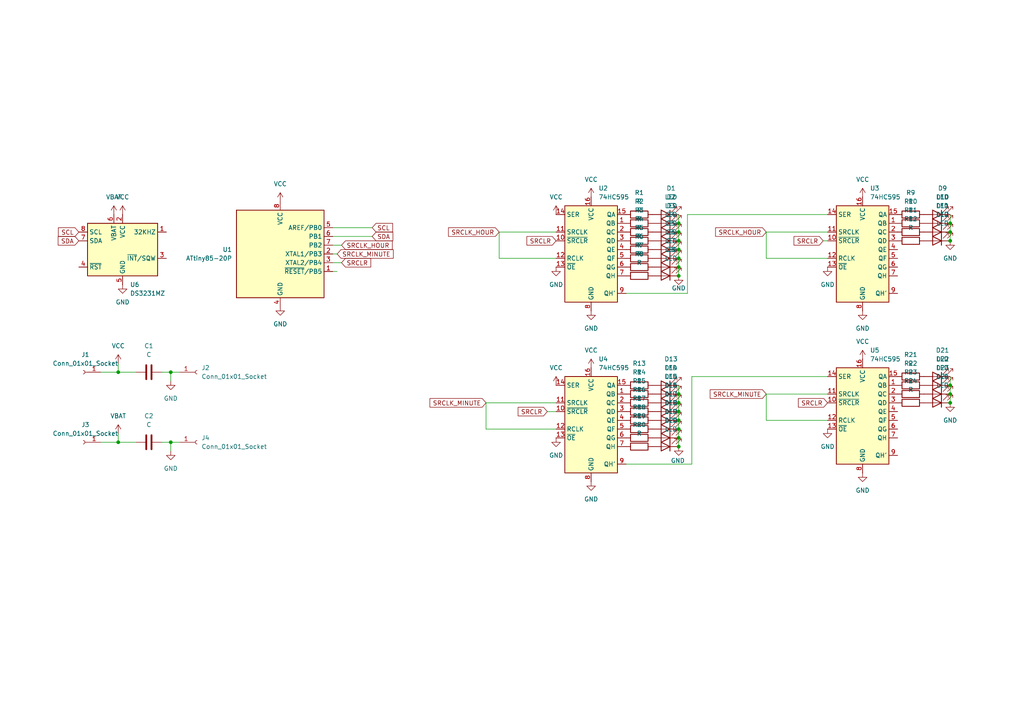
<source format=kicad_sch>
(kicad_sch (version 20250114) (generator "eeschema") (generator_version "9.0")
  (paper "A4")
  (title_block (title "Digital Analog Watch") (rev "A"))
  (lib_symbols
    (symbol "74xx:74HC595"
      (property "Reference" "U" (at -7.62 13.97 0))
      (property "Value" "74HC595" (at -7.62 -16.51 0))
      (symbol "74HC595_1_0"
        (pin input line (at -10.16 10.16 0) (length 2.54) (name "SER") (number "14"))
        (pin input line (at -10.16 5.08 0) (length 2.54) (name "SRCLK") (number "11"))
        (pin input line (at -10.16 2.54 0) (length 2.54) (name "~{SRCLR}") (number "10"))
        (pin input line (at -10.16 -2.54 0) (length 2.54) (name "RCLK") (number "12"))
        (pin input line (at -10.16 -5.08 0) (length 2.54) (name "~{OE}") (number "13"))
        (pin power_in line (at 0 15.24 270) (length 2.54) (name "VCC") (number "16"))
        (pin power_in line (at 0 -17.78 90) (length 2.54) (name "GND") (number "8"))
        (pin tri_state line (at 10.16 10.16 180) (length 2.54) (name "QA") (number "15"))
        (pin tri_state line (at 10.16 7.62 180) (length 2.54) (name "QB") (number "1"))
        (pin tri_state line (at 10.16 5.08 180) (length 2.54) (name "QC") (number "2"))
        (pin tri_state line (at 10.16 2.54 180) (length 2.54) (name "QD") (number "3"))
        (pin tri_state line (at 10.16 0 180) (length 2.54) (name "QE") (number "4"))
        (pin tri_state line (at 10.16 -2.54 180) (length 2.54) (name "QF") (number "5"))
        (pin tri_state line (at 10.16 -5.08 180) (length 2.54) (name "QG") (number "6"))
        (pin tri_state line (at 10.16 -7.62 180) (length 2.54) (name "QH") (number "7"))
        (pin output line (at 10.16 -12.7 180) (length 2.54) (name "QH'") (number "9"))
      )
      (symbol "74HC595_1_1"
        (rectangle (start -7.62 12.7) (end 7.62 -15.24) (stroke (width 0.254)) (fill (type background)))
      )
    )
    (symbol "Connector:Conn_01x01_Socket" (pin_names (offset 1.016) (hide yes))
      (property "Reference" "J" (at 0 2.54 0))
      (property "Value" "Conn_01x01_Socket" (at 0 -2.54 0))
      (symbol "Conn_01x01_Socket_1_1"
        (polyline (pts (xy -1.27 0) (xy -0.508 0)) (stroke (width 0.1524)))
        (arc (start 0 -0.508) (mid -0.5058 0) (end 0 0.508) (stroke (width 0.1524)))
        (pin passive line (at -5.08 0 0) (length 3.81) (name "Pin_1") (number "1"))
      )
    )
    (symbol "Device:C" (pin_numbers (hide yes)) (pin_names (offset 0.254))
      (property "Reference" "C" (at 0.635 2.54 0))
      (property "Value" "C" (at 0.635 -2.54 0))
      (symbol "C_0_1"
        (polyline (pts (xy -2.032 0.762) (xy 2.032 0.762)) (stroke (width 0.508)))
        (polyline (pts (xy -2.032 -0.762) (xy 2.032 -0.762)) (stroke (width 0.508)))
      )
      (symbol "C_1_1"
        (pin passive line (at 0 3.81 270) (length 2.794) (name "~") (number "1"))
        (pin passive line (at 0 -3.81 90) (length 2.794) (name "~") (number "2"))
      )
    )
    (symbol "Device:LED" (pin_numbers (hide yes)) (pin_names (offset 1.016) (hide yes))
      (property "Reference" "D" (at 0 2.54 0))
      (property "Value" "LED" (at 0 -2.54 0))
      (symbol "LED_0_1"
        (polyline (pts (xy -3.048 -0.762) (xy -4.572 -2.286) (xy -3.81 -2.286) (xy -4.572 -2.286) (xy -4.572 -1.524)))
        (polyline (pts (xy -1.778 -0.762) (xy -3.302 -2.286) (xy -2.54 -2.286) (xy -3.302 -2.286) (xy -3.302 -1.524)))
        (polyline (pts (xy -1.27 0) (xy 1.27 0)))
        (polyline (pts (xy -1.27 -1.27) (xy -1.27 1.27)) (stroke (width 0.254)))
        (polyline (pts (xy 1.27 -1.27) (xy 1.27 1.27) (xy -1.27 0) (xy 1.27 -1.27)) (stroke (width 0.254)))
      )
      (symbol "LED_1_1"
        (pin passive line (at -3.81 0 0) (length 2.54) (name "K") (number "1"))
        (pin passive line (at 3.81 0 180) (length 2.54) (name "A") (number "2"))
      )
    )
    (symbol "Device:R" (pin_numbers (hide yes)) (pin_names (offset 0))
      (property "Reference" "R" (at 2.032 0 90))
      (property "Value" "R" (at 0 0 90))
      (symbol "R_0_1"
        (rectangle (start -1.016 -2.54) (end 1.016 2.54) (stroke (width 0.254)))
      )
      (symbol "R_1_1"
        (pin passive line (at 0 3.81 270) (length 1.27) (name "~") (number "1"))
        (pin passive line (at 0 -3.81 90) (length 1.27) (name "~") (number "2"))
      )
    )
    (symbol "MCU_Microchip_ATtiny:ATtiny85-20P"
      (property "Reference" "U" (at -12.7 13.97 0))
      (property "Value" "ATtiny85-20P" (at 2.54 -13.97 0))
      (symbol "ATtiny85-20P_0_1"
        (rectangle (start -12.7 -12.7) (end 12.7 12.7) (stroke (width 0.254)) (fill (type background)))
      )
      (symbol "ATtiny85-20P_1_1"
        (pin power_in line (at 0 15.24 270) (length 2.54) (name "VCC") (number "8"))
        (pin power_in line (at 0 -15.24 90) (length 2.54) (name "GND") (number "4"))
        (pin bidirectional line (at 15.24 7.62 180) (length 2.54) (name "AREF/PB0") (number "5"))
        (pin bidirectional line (at 15.24 5.08 180) (length 2.54) (name "PB1") (number "6"))
        (pin bidirectional line (at 15.24 2.54 180) (length 2.54) (name "PB2") (number "7"))
        (pin bidirectional line (at 15.24 0 180) (length 2.54) (name "XTAL1/PB3") (number "2"))
        (pin bidirectional line (at 15.24 -2.54 180) (length 2.54) (name "XTAL2/PB4") (number "3"))
        (pin bidirectional line (at 15.24 -5.08 180) (length 2.54) (name "~{RESET}/PB5") (number "1"))
      )
    )
    (symbol "Timer_RTC:DS3231MZ"
      (property "Reference" "U" (at -7.62 8.89 0))
      (property "Value" "DS3231MZ" (at 11.43 8.89 0))
      (symbol "DS3231MZ_0_1"
        (rectangle (start -10.16 7.62) (end 10.16 -7.62) (stroke (width 0.254)) (fill (type background)))
      )
      (symbol "DS3231MZ_1_1"
        (pin input line (at -12.7 5.08 0) (length 2.54) (name "SCL") (number "8"))
        (pin bidirectional line (at -12.7 2.54 0) (length 2.54) (name "SDA") (number "7"))
        (pin bidirectional line (at -12.7 -5.08 0) (length 2.54) (name "~{RST}") (number "4"))
        (pin power_in line (at -2.54 10.16 270) (length 2.54) (name "VBAT") (number "6"))
        (pin power_in line (at 0 10.16 270) (length 2.54) (name "VCC") (number "2"))
        (pin power_in line (at 0 -10.16 90) (length 2.54) (name "GND") (number "5"))
        (pin open_collector line (at 12.7 5.08 180) (length 2.54) (name "32KHZ") (number "1"))
        (pin open_collector line (at 12.7 -2.54 180) (length 2.54) (name "~{INT}/SQW") (number "3"))
      )
    )
    (symbol "power:GND" (power) (pin_numbers (hide yes)) (pin_names (offset 0) (hide yes))
      (property "Value" "GND" (at 0 -3.81 0))
      (symbol "GND_0_1"
        (polyline (pts (xy 0 0) (xy 0 -1.27) (xy 1.27 -1.27) (xy 0 -2.54) (xy -1.27 -1.27) (xy 0 -1.27)))
      )
      (symbol "GND_1_1"
        (pin power_in line (at 0 0 270) (length 0) (name "~") (number "1"))
      )
    )
    (symbol "power:VCC" (power) (pin_numbers (hide yes)) (pin_names (offset 0) (hide yes))
      (property "Value" "VCC" (at 0 3.556 0))
      (symbol "VCC_0_1"
        (polyline (pts (xy -0.762 1.27) (xy 0 2.54)))
        (polyline (pts (xy 0 2.54) (xy 0.762 1.27)))
        (polyline (pts (xy 0 0) (xy 0 2.54)))
      )
      (symbol "VCC_1_1"
        (pin power_in line (at 0 0 90) (length 0) (name "~") (number "1"))
      )
    )
  )
  (junction (at 275.59 114.3))
  (junction (at 196.85 72.39))
  (junction (at 196.85 80.01))
  (junction (at 49.53 128.27))
  (junction (at 275.59 67.31))
  (junction (at 196.85 129.54))
  (junction (at 275.59 116.84))
  (junction (at 34.29 107.95))
  (junction (at 275.59 64.77))
  (junction (at 196.85 124.46))
  (junction (at 196.85 64.77))
  (junction (at 196.85 127))
  (junction (at 196.85 77.47))
  (junction (at 196.85 116.84))
  (junction (at 49.53 107.95))
  (junction (at 196.85 69.85))
  (junction (at 196.85 121.92))
  (junction (at 34.29 128.27))
  (junction (at 196.85 67.31))
  (junction (at 275.59 69.85))
  (junction (at 275.59 111.76))
  (junction (at 196.85 119.38))
  (junction (at 196.85 74.93))
  (junction (at 196.85 114.3))
  (wire (pts (xy 196.85 124.46) (xy 196.85 127)))
  (wire (pts (xy 34.29 107.95) (xy 39.37 107.95)))
  (wire (pts (xy 99.06 76.2) (xy 96.52 76.2)))
  (wire (pts (xy 34.29 107.95) (xy 34.29 105.41)))
  (wire (pts (xy 181.61 134.62) (xy 200.66 134.62)))
  (wire (pts (xy 49.53 110.49) (xy 49.53 107.95)))
  (wire (pts (xy 158.75 119.38) (xy 161.29 119.38)))
  (wire (pts (xy 240.03 74.93) (xy 222.25 74.93)))
  (wire (pts (xy 196.85 127) (xy 196.85 129.54)))
  (wire (pts (xy 196.85 64.77) (xy 196.85 67.31)))
  (wire (pts (xy 34.29 128.27) (xy 34.29 125.73)))
  (wire (pts (xy 222.25 67.31) (xy 240.03 67.31)))
  (wire (pts (xy 196.85 67.31) (xy 196.85 69.85)))
  (wire (pts (xy 52.07 128.27) (xy 49.53 128.27)))
  (wire (pts (xy 140.97 116.84) (xy 161.29 116.84)))
  (wire (pts (xy 161.29 74.93) (xy 144.78 74.93)))
  (wire (pts (xy 96.52 66.04) (xy 107.95 66.04)))
  (wire (pts (xy 222.25 114.3) (xy 240.03 114.3)))
  (wire (pts (xy 144.78 67.31) (xy 144.78 74.93)))
  (wire (pts (xy 196.85 119.38) (xy 196.85 121.92)))
  (wire (pts (xy 49.53 130.81) (xy 49.53 128.27)))
  (wire (pts (xy 275.59 114.3) (xy 275.59 116.84)))
  (wire (pts (xy 144.78 67.31) (xy 161.29 67.31)))
  (wire (pts (xy 196.85 111.76) (xy 196.85 114.3)))
  (wire (pts (xy 196.85 116.84) (xy 196.85 119.38)))
  (wire (pts (xy 275.59 62.23) (xy 275.59 64.77)))
  (wire (pts (xy 196.85 74.93) (xy 196.85 77.47)))
  (wire (pts (xy 140.97 124.46) (xy 161.29 124.46)))
  (wire (pts (xy 34.29 128.27) (xy 39.37 128.27)))
  (wire (pts (xy 97.79 78.74) (xy 96.52 78.74)))
  (wire (pts (xy 140.97 116.84) (xy 140.97 124.46)))
  (wire (pts (xy 200.66 134.62) (xy 200.66 109.22)))
  (wire (pts (xy 29.21 107.95) (xy 34.29 107.95)))
  (wire (pts (xy 240.03 69.85) (xy 238.76 69.85)))
  (wire (pts (xy 196.85 77.47) (xy 196.85 80.01)))
  (wire (pts (xy 196.85 72.39) (xy 196.85 74.93)))
  (wire (pts (xy 96.52 73.66) (xy 97.79 73.66)))
  (wire (pts (xy 46.99 107.95) (xy 49.53 107.95)))
  (wire (pts (xy 275.59 109.22) (xy 275.59 111.76)))
  (wire (pts (xy 200.66 109.22) (xy 240.03 109.22)))
  (wire (pts (xy 29.21 128.27) (xy 34.29 128.27)))
  (wire (pts (xy 96.52 71.12) (xy 99.06 71.12)))
  (wire (pts (xy 222.25 121.92) (xy 240.03 121.92)))
  (wire (pts (xy 275.59 67.31) (xy 275.59 69.85)))
  (wire (pts (xy 46.99 128.27) (xy 49.53 128.27)))
  (wire (pts (xy 181.61 85.09) (xy 199.39 85.09)))
  (wire (pts (xy 275.59 64.77) (xy 275.59 67.31)))
  (wire (pts (xy 275.59 111.76) (xy 275.59 114.3)))
  (wire (pts (xy 222.25 74.93) (xy 222.25 67.31)))
  (wire (pts (xy 196.85 62.23) (xy 196.85 64.77)))
  (wire (pts (xy 196.85 121.92) (xy 196.85 124.46)))
  (wire (pts (xy 196.85 114.3) (xy 196.85 116.84)))
  (wire (pts (xy 52.07 107.95) (xy 49.53 107.95)))
  (wire (pts (xy 196.85 69.85) (xy 196.85 72.39)))
  (wire (pts (xy 199.39 62.23) (xy 240.03 62.23)))
  (wire (pts (xy 107.95 68.58) (xy 96.52 68.58)))
  (wire (pts (xy 222.25 114.3) (xy 222.25 121.92)))
  (wire (pts (xy 199.39 62.23) (xy 199.39 85.09)))
  (global_label "SCL" (shape input) (at 22.86 67.31 180) (property "Intersheetrefs" "${INTERSHEET_REFS}" (effects (hide yes))))
  (global_label "SRCLK_HOUR" (shape input) (at 144.78 67.31 180) (property "Intersheetrefs" "${INTERSHEET_REFS}" (effects (hide yes))))
  (global_label "SRCLR" (shape input) (at 161.29 69.85 180) (property "Intersheetrefs" "${INTERSHEET_REFS}" (effects (hide yes))))
  (global_label "SRCLR" (shape input) (at 99.06 76.2 0) (property "Intersheetrefs" "${INTERSHEET_REFS}" (effects (hide yes))))
  (global_label "SDA" (shape input) (at 22.86 69.85 180) (property "Intersheetrefs" "${INTERSHEET_REFS}" (effects (hide yes))))
  (global_label "SRCLK_HOUR" (shape input) (at 222.25 67.31 180) (property "Intersheetrefs" "${INTERSHEET_REFS}" (effects (hide yes))))
  (global_label "SRCLK_MINUTE" (shape input) (at 222.25 114.3 180) (property "Intersheetrefs" "${INTERSHEET_REFS}" (effects (hide yes))))
  (global_label "SRCLK_MINUTE" (shape input) (at 140.97 116.84 180) (property "Intersheetrefs" "${INTERSHEET_REFS}" (effects (hide yes))))
  (global_label "SRCLR" (shape input) (at 238.76 69.85 180) (property "Intersheetrefs" "${INTERSHEET_REFS}" (effects (hide yes))))
  (global_label "SRCLK_HOUR" (shape input) (at 99.06 71.12 0) (property "Intersheetrefs" "${INTERSHEET_REFS}" (effects (hide yes))))
  (global_label "SRCLR" (shape input) (at 240.03 116.84 180) (property "Intersheetrefs" "${INTERSHEET_REFS}" (effects (hide yes))))
  (global_label "SDA" (shape input) (at 107.95 68.58 0) (property "Intersheetrefs" "${INTERSHEET_REFS}" (effects (hide yes))))
  (global_label "SRCLK_MINUTE" (shape input) (at 97.79 73.66 0) (property "Intersheetrefs" "${INTERSHEET_REFS}" (effects (hide yes))))
  (global_label "SRCLR" (shape input) (at 158.75 119.38 180) (property "Intersheetrefs" "${INTERSHEET_REFS}" (effects (hide yes))))
  (global_label "SCL" (shape input) (at 107.95 66.04 0) (property "Intersheetrefs" "${INTERSHEET_REFS}" (effects (hide yes))))
  (symbol (lib_id "power:VCC") (at 33.02 62.23 0) (unit 1)
    (property "Reference" "#PWR025" (effects (hide yes)))
    (property "Value" "VBAT" (at 33.02 57.15 0))
    (property "Description" "Power symbol creates a global label with name \"VCC\"" (effects (hide yes)))
  )
  (symbol (lib_id "Device:C") (at 43.18 128.27 90) (unit 1)
    (property "Reference" "C2" (at 43.18 120.65 90))
    (property "Value" "C" (at 43.18 123.19 90))
    (property "Footprint" "Capacitor_SMD:C_0805_2012Metric_Pad1.18x1.45mm_HandSolder" (effects (hide yes)))
    (property "Description" "Unpolarized capacitor" (effects (hide yes)))
  )
  (symbol (lib_id "power:GND") (at 81.28 88.9 0) (unit 1)
    (property "Reference" "#PWR01" (effects (hide yes)))
    (property "Value" "GND" (at 81.28 93.98 0))
    (property "Description" "Power symbol creates a global label with name \"GND\" , ground" (effects (hide yes)))
  )
  (symbol (lib_id "power:GND") (at 161.29 127 0) (unit 1)
    (property "Reference" "#PWR010" (effects (hide yes)))
    (property "Value" "GND" (at 161.29 132.08 0))
    (property "Description" "Power symbol creates a global label with name \"GND\" , ground" (effects (hide yes)))
  )
  (symbol (lib_id "Device:LED") (at 193.04 127 180) (unit 1)
    (property "Reference" "D19" (at 194.6275 119.38 0))
    (property "Value" "LED" (at 194.6275 121.92 0))
    (property "Footprint" "LED_SMD:LED_0805_2012Metric_Pad1.15x1.40mm_HandSolder" (effects (hide yes)))
    (property "Description" "Light emitting diode" (effects (hide yes)))
    (property "Sim.Pins" "1=K 2=A" (effects (hide yes)))
  )
  (symbol (lib_id "Device:LED") (at 193.04 121.92 180) (unit 1)
    (property "Reference" "D17" (at 194.6275 114.3 0))
    (property "Value" "LED" (at 194.6275 116.84 0))
    (property "Footprint" "LED_SMD:LED_0805_2012Metric_Pad1.15x1.40mm_HandSolder" (effects (hide yes)))
    (property "Description" "Light emitting diode" (effects (hide yes)))
    (property "Sim.Pins" "1=K 2=A" (effects (hide yes)))
  )
  (symbol (lib_id "Device:R") (at 264.16 67.31 90) (unit 1)
    (property "Reference" "R11" (at 264.16 60.96 90))
    (property "Value" "R" (at 264.16 63.5 90))
    (property "Footprint" "Resistor_SMD:R_0805_2012Metric_Pad1.20x1.40mm_HandSolder" (effects (hide yes)))
    (property "Description" "Resistor" (effects (hide yes)))
  )
  (symbol (lib_id "Device:R") (at 185.42 124.46 90) (unit 1)
    (property "Reference" "R18" (at 185.42 118.11 90))
    (property "Value" "R" (at 185.42 120.65 90))
    (property "Footprint" "Resistor_SMD:R_0805_2012Metric_Pad1.20x1.40mm_HandSolder" (effects (hide yes)))
    (property "Description" "Resistor" (effects (hide yes)))
  )
  (symbol (lib_id "Device:R") (at 185.42 80.01 90) (unit 1)
    (property "Reference" "R8" (at 185.42 73.66 90))
    (property "Value" "R" (at 185.42 76.2 90))
    (property "Footprint" "Resistor_SMD:R_0805_2012Metric_Pad1.20x1.40mm_HandSolder" (effects (hide yes)))
    (property "Description" "Resistor" (effects (hide yes)))
  )
  (symbol (lib_id "Connector:Conn_01x01_Socket") (at 24.13 107.95 180) (unit 1)
    (property "Reference" "J1" (at 24.765 102.87 0))
    (property "Value" "Conn_01x01_Socket" (at 24.765 105.41 0))
    (property "Footprint" "Connector_Wire:SolderWire-0.75sqmm_1x01_D1.25mm_OD2.3mm" (effects (hide yes)))
    (property "Description" "Generic connector, single row, 01x01, script generated" (effects (hide yes)))
  )
  (symbol (lib_id "Device:LED") (at 193.04 119.38 180) (unit 1)
    (property "Reference" "D16" (at 194.6275 111.76 0))
    (property "Value" "LED" (at 194.6275 114.3 0))
    (property "Footprint" "LED_SMD:LED_0805_2012Metric_Pad1.15x1.40mm_HandSolder" (effects (hide yes)))
    (property "Description" "Light emitting diode" (effects (hide yes)))
    (property "Sim.Pins" "1=K 2=A" (effects (hide yes)))
  )
  (symbol (lib_id "power:GND") (at 240.03 124.46 0) (unit 1)
    (property "Reference" "#PWR018" (effects (hide yes)))
    (property "Value" "GND" (at 240.03 129.54 0))
    (property "Description" "Power symbol creates a global label with name \"GND\" , ground" (effects (hide yes)))
  )
  (symbol (lib_id "Device:R") (at 185.42 62.23 90) (unit 1)
    (property "Reference" "R1" (at 185.42 55.88 90))
    (property "Value" "R" (at 185.42 58.42 90))
    (property "Footprint" "Resistor_SMD:R_0805_2012Metric_Pad1.20x1.40mm_HandSolder" (effects (hide yes)))
    (property "Description" "Resistor" (effects (hide yes)))
  )
  (symbol (lib_id "74xx:74HC595") (at 171.45 121.92 0) (unit 1)
    (property "Reference" "U4" (at 173.5933 104.14 0) (effects (justify left)))
    (property "Value" "74HC595" (at 173.5933 106.68 0) (effects (justify left)))
    (property "Footprint" "Package_SO:SOIC-16_3.9x9.9mm_P1.27mm" (effects (hide yes)))
    (property "Datasheet" "http://www.ti.com/lit/ds/symlink/sn74hc595.pdf" (effects (hide yes)))
    (property "Description" "8-bit serial in/out Shift Register 3-State Outputs" (effects (hide yes)))
  )
  (symbol (lib_id "Device:LED") (at 271.78 109.22 180) (unit 1)
    (property "Reference" "D21" (at 273.3675 101.6 0))
    (property "Value" "LED" (at 273.3675 104.14 0))
    (property "Footprint" "LED_SMD:LED_0805_2012Metric_Pad1.15x1.40mm_HandSolder" (effects (hide yes)))
    (property "Description" "Light emitting diode" (effects (hide yes)))
    (property "Sim.Pins" "1=K 2=A" (effects (hide yes)))
  )
  (symbol (lib_id "Device:LED") (at 193.04 124.46 180) (unit 1)
    (property "Reference" "D18" (at 194.6275 116.84 0))
    (property "Value" "LED" (at 194.6275 119.38 0))
    (property "Footprint" "LED_SMD:LED_0805_2012Metric_Pad1.15x1.40mm_HandSolder" (effects (hide yes)))
    (property "Description" "Light emitting diode" (effects (hide yes)))
    (property "Sim.Pins" "1=K 2=A" (effects (hide yes)))
  )
  (symbol (lib_id "Device:R") (at 185.42 72.39 90) (unit 1)
    (property "Reference" "R5" (at 185.42 66.04 90))
    (property "Value" "R" (at 185.42 68.58 90))
    (property "Footprint" "Resistor_SMD:R_0805_2012Metric_Pad1.20x1.40mm_HandSolder" (effects (hide yes)))
    (property "Description" "Resistor" (effects (hide yes)))
  )
  (symbol (lib_id "Device:LED") (at 271.78 67.31 180) (unit 1)
    (property "Reference" "D11" (at 273.3675 59.69 0))
    (property "Value" "LED" (at 273.3675 62.23 0))
    (property "Footprint" "LED_SMD:LED_0805_2012Metric_Pad1.15x1.40mm_HandSolder" (effects (hide yes)))
    (property "Description" "Light emitting diode" (effects (hide yes)))
    (property "Sim.Pins" "1=K 2=A" (effects (hide yes)))
  )
  (symbol (lib_id "Device:LED") (at 271.78 62.23 180) (unit 1)
    (property "Reference" "D9" (at 273.3675 54.61 0))
    (property "Value" "LED" (at 273.3675 57.15 0))
    (property "Footprint" "LED_SMD:LED_0805_2012Metric_Pad1.15x1.40mm_HandSolder" (effects (hide yes)))
    (property "Description" "Light emitting diode" (effects (hide yes)))
    (property "Sim.Pins" "1=K 2=A" (effects (hide yes)))
  )
  (symbol (lib_id "power:GND") (at 196.85 80.01 0) (unit 1)
    (property "Reference" "#PWR014" (effects (hide yes)))
    (property "Value" "GND" (at 196.85 83.566 0))
    (property "Description" "Power symbol creates a global label with name \"GND\" , ground" (effects (hide yes)))
  )
  (symbol (lib_id "Device:R") (at 185.42 74.93 90) (unit 1)
    (property "Reference" "R6" (at 185.42 68.58 90))
    (property "Value" "R" (at 185.42 71.12 90))
    (property "Footprint" "Resistor_SMD:R_0805_2012Metric_Pad1.20x1.40mm_HandSolder" (effects (hide yes)))
    (property "Description" "Resistor" (effects (hide yes)))
  )
  (symbol (lib_id "Device:R") (at 185.42 127 90) (unit 1)
    (property "Reference" "R19" (at 185.42 120.65 90))
    (property "Value" "R" (at 185.42 123.19 90))
    (property "Footprint" "Resistor_SMD:R_0805_2012Metric_Pad1.20x1.40mm_HandSolder" (effects (hide yes)))
    (property "Description" "Resistor" (effects (hide yes)))
  )
  (symbol (lib_id "Device:LED") (at 193.04 77.47 180) (unit 1)
    (property "Reference" "D7" (at 194.6275 69.85 0))
    (property "Value" "LED" (at 194.6275 72.39 0))
    (property "Footprint" "LED_SMD:LED_0805_2012Metric_Pad1.15x1.40mm_HandSolder" (effects (hide yes)))
    (property "Description" "Light emitting diode" (effects (hide yes)))
    (property "Sim.Pins" "1=K 2=A" (effects (hide yes)))
  )
  (symbol (lib_id "Device:R") (at 264.16 62.23 90) (unit 1)
    (property "Reference" "R9" (at 264.16 55.88 90))
    (property "Value" "R" (at 264.16 58.42 90))
    (property "Footprint" "Resistor_SMD:R_0805_2012Metric_Pad1.20x1.40mm_HandSolder" (effects (hide yes)))
    (property "Description" "Resistor" (effects (hide yes)))
  )
  (symbol (lib_id "power:GND") (at 49.53 110.49 0) (unit 1)
    (property "Reference" "#PWR024" (effects (hide yes)))
    (property "Value" "GND" (at 49.53 115.57 0))
    (property "Description" "Power symbol creates a global label with name \"GND\" , ground" (effects (hide yes)))
  )
  (symbol (lib_id "Device:R") (at 185.42 114.3 90) (unit 1)
    (property "Reference" "R14" (at 185.42 107.95 90))
    (property "Value" "R" (at 185.42 110.49 90))
    (property "Footprint" "Resistor_SMD:R_0805_2012Metric_Pad1.20x1.40mm_HandSolder" (effects (hide yes)))
    (property "Description" "Resistor" (effects (hide yes)))
  )
  (symbol (lib_id "power:VCC") (at 81.28 58.42 0) (unit 1)
    (property "Reference" "#PWR02" (effects (hide yes)))
    (property "Value" "VCC" (at 81.28 53.34 0))
    (property "Description" "Power symbol creates a global label with name \"VCC\"" (effects (hide yes)))
  )
  (symbol (lib_id "power:GND") (at 171.45 139.7 0) (unit 1)
    (property "Reference" "#PWR09" (effects (hide yes)))
    (property "Value" "GND" (at 171.45 144.78 0))
    (property "Description" "Power symbol creates a global label with name \"GND\" , ground" (effects (hide yes)))
  )
  (symbol (lib_id "power:GND") (at 250.19 137.16 0) (unit 1)
    (property "Reference" "#PWR019" (effects (hide yes)))
    (property "Value" "GND" (at 250.19 142.24 0))
    (property "Description" "Power symbol creates a global label with name \"GND\" , ground" (effects (hide yes)))
  )
  (symbol (lib_id "MCU_Microchip_ATtiny:ATtiny85-20P") (at 81.28 73.66 0) (unit 1)
    (property "Reference" "U1" (at 67.31 72.3899 0) (effects (justify right)))
    (property "Value" "ATtiny85-20P" (at 67.31 74.9299 0) (effects (justify right)))
    (property "Footprint" "Package_DIP:DIP-8_W7.62mm_Socket" (effects (hide yes)))
    (property "Datasheet" "http://ww1.microchip.com/downloads/en/DeviceDoc/atmel-2586-avr-8-bit-microcontroller-attiny25-attiny45-attiny85_datasheet.pdf" (effects (hide yes)))
    (property "Description" "20MHz, 8kB Flash, 512B SRAM, 512B EEPROM, debugWIRE, DIP-8" (effects (hide yes)))
  )
  (symbol (lib_id "Connector:Conn_01x01_Socket") (at 57.15 128.27 0) (unit 1)
    (property "Reference" "J4" (at 58.42 126.9999 0) (effects (justify left)))
    (property "Value" "Conn_01x01_Socket" (at 58.42 129.5399 0) (effects (justify left)))
    (property "Footprint" "Connector_Wire:SolderWire-0.75sqmm_1x01_D1.25mm_OD2.3mm" (effects (hide yes)))
    (property "Description" "Generic connector, single row, 01x01, script generated" (effects (hide yes)))
  )
  (symbol (lib_id "power:VCC") (at 171.45 106.68 0) (unit 1)
    (property "Reference" "#PWR06" (effects (hide yes)))
    (property "Value" "VCC" (at 171.45 101.6 0))
    (property "Description" "Power symbol creates a global label with name \"VCC\"" (effects (hide yes)))
  )
  (symbol (lib_id "Device:LED") (at 193.04 64.77 180) (unit 1)
    (property "Reference" "D2" (at 194.6275 57.15 0))
    (property "Value" "LED" (at 194.6275 59.69 0))
    (property "Footprint" "LED_SMD:LED_0805_2012Metric_Pad1.15x1.40mm_HandSolder" (effects (hide yes)))
    (property "Description" "Light emitting diode" (effects (hide yes)))
    (property "Sim.Pins" "1=K 2=A" (effects (hide yes)))
  )
  (symbol (lib_id "power:GND") (at 196.85 129.54 0) (unit 1)
    (property "Reference" "#PWR021" (effects (hide yes)))
    (property "Value" "GND" (at 196.596 133.604 0))
    (property "Description" "Power symbol creates a global label with name \"GND\" , ground" (effects (hide yes)))
  )
  (symbol (lib_id "Device:LED") (at 193.04 111.76 180) (unit 1)
    (property "Reference" "D13" (at 194.6275 104.14 0))
    (property "Value" "LED" (at 194.6275 106.68 0))
    (property "Footprint" "LED_SMD:LED_0805_2012Metric_Pad1.15x1.40mm_HandSolder" (effects (hide yes)))
    (property "Description" "Light emitting diode" (effects (hide yes)))
    (property "Sim.Pins" "1=K 2=A" (effects (hide yes)))
  )
  (symbol (lib_id "Device:R") (at 185.42 121.92 90) (unit 1)
    (property "Reference" "R17" (at 185.42 115.57 90))
    (property "Value" "R" (at 185.42 118.11 90))
    (property "Footprint" "Resistor_SMD:R_0805_2012Metric_Pad1.20x1.40mm_HandSolder" (effects (hide yes)))
    (property "Description" "Resistor" (effects (hide yes)))
  )
  (symbol (lib_id "power:VCC") (at 34.29 125.73 0) (unit 1)
    (property "Reference" "#PWR026" (effects (hide yes)))
    (property "Value" "VBAT" (at 34.29 120.65 0))
    (property "Description" "Power symbol creates a global label with name \"VCC\"" (effects (hide yes)))
  )
  (symbol (lib_id "Device:R") (at 264.16 111.76 90) (unit 1)
    (property "Reference" "R22" (at 264.16 105.41 90))
    (property "Value" "R" (at 264.16 107.95 90))
    (property "Footprint" "Resistor_SMD:R_0805_2012Metric_Pad1.20x1.40mm_HandSolder" (effects (hide yes)))
    (property "Description" "Resistor" (effects (hide yes)))
  )
  (symbol (lib_id "Device:LED") (at 271.78 111.76 180) (unit 1)
    (property "Reference" "D22" (at 273.3675 104.14 0))
    (property "Value" "LED" (at 273.3675 106.68 0))
    (property "Footprint" "LED_SMD:LED_0805_2012Metric_Pad1.15x1.40mm_HandSolder" (effects (hide yes)))
    (property "Description" "Light emitting diode" (effects (hide yes)))
    (property "Sim.Pins" "1=K 2=A" (effects (hide yes)))
  )
  (symbol (lib_id "Connector:Conn_01x01_Socket") (at 24.13 128.27 180) (unit 1)
    (property "Reference" "J3" (at 24.765 123.19 0))
    (property "Value" "Conn_01x01_Socket" (at 24.765 125.73 0))
    (property "Footprint" "Connector_Wire:SolderWire-0.75sqmm_1x01_D1.25mm_OD2.3mm" (effects (hide yes)))
    (property "Description" "Generic connector, single row, 01x01, script generated" (effects (hide yes)))
  )
  (symbol (lib_id "Device:LED") (at 271.78 114.3 180) (unit 1)
    (property "Reference" "D23" (at 273.3675 106.68 0))
    (property "Value" "LED" (at 273.3675 109.22 0))
    (property "Footprint" "LED_SMD:LED_0805_2012Metric_Pad1.15x1.40mm_HandSolder" (effects (hide yes)))
    (property "Description" "Light emitting diode" (effects (hide yes)))
    (property "Sim.Pins" "1=K 2=A" (effects (hide yes)))
  )
  (symbol (lib_id "power:VCC") (at 171.45 57.15 0) (unit 1)
    (property "Reference" "#PWR03" (effects (hide yes)))
    (property "Value" "VCC" (at 171.45 52.07 0))
    (property "Description" "Power symbol creates a global label with name \"VCC\"" (effects (hide yes)))
  )
  (symbol (lib_id "Device:LED") (at 193.04 69.85 180) (unit 1)
    (property "Reference" "D4" (at 194.6275 62.23 0))
    (property "Value" "LED" (at 194.6275 64.77 0))
    (property "Footprint" "LED_SMD:LED_0805_2012Metric_Pad1.15x1.40mm_HandSolder" (effects (hide yes)))
    (property "Description" "Light emitting diode" (effects (hide yes)))
    (property "Sim.Pins" "1=K 2=A" (effects (hide yes)))
  )
  (symbol (lib_id "power:VCC") (at 250.19 57.15 0) (unit 1)
    (property "Reference" "#PWR04" (effects (hide yes)))
    (property "Value" "VCC" (at 250.19 52.07 0))
    (property "Description" "Power symbol creates a global label with name \"VCC\"" (effects (hide yes)))
  )
  (symbol (lib_id "74xx:74HC595") (at 250.19 119.38 0) (unit 1)
    (property "Reference" "U5" (at 252.3333 101.6 0) (effects (justify left)))
    (property "Value" "74HC595" (at 252.3333 104.14 0) (effects (justify left)))
    (property "Footprint" "Package_SO:SOIC-16_3.9x9.9mm_P1.27mm" (effects (hide yes)))
    (property "Datasheet" "http://www.ti.com/lit/ds/symlink/sn74hc595.pdf" (effects (hide yes)))
    (property "Description" "8-bit serial in/out Shift Register 3-State Outputs" (effects (hide yes)))
  )
  (symbol (lib_id "Device:R") (at 264.16 64.77 90) (unit 1)
    (property "Reference" "R10" (at 264.16 58.42 90))
    (property "Value" "R" (at 264.16 60.96 90))
    (property "Footprint" "Resistor_SMD:R_0805_2012Metric_Pad1.20x1.40mm_HandSolder" (effects (hide yes)))
    (property "Description" "Resistor" (effects (hide yes)))
  )
  (symbol (lib_id "Device:LED") (at 193.04 62.23 180) (unit 1)
    (property "Reference" "D1" (at 194.6275 54.61 0))
    (property "Value" "LED" (at 194.6275 57.15 0))
    (property "Footprint" "LED_SMD:LED_0805_2012Metric_Pad1.15x1.40mm_HandSolder" (effects (hide yes)))
    (property "Description" "Light emitting diode" (effects (hide yes)))
    (property "Sim.Pins" "1=K 2=A" (effects (hide yes)))
  )
  (symbol (lib_id "power:GND") (at 275.59 116.84 0) (unit 1)
    (property "Reference" "#PWR020" (effects (hide yes)))
    (property "Value" "GND" (at 275.59 121.92 0))
    (property "Description" "Power symbol creates a global label with name \"GND\" , ground" (effects (hide yes)))
  )
  (symbol (lib_id "Connector:Conn_01x01_Socket") (at 57.15 107.95 0) (unit 1)
    (property "Reference" "J2" (at 58.42 106.6799 0) (effects (justify left)))
    (property "Value" "Conn_01x01_Socket" (at 58.42 109.2199 0) (effects (justify left)))
    (property "Footprint" "Connector_Wire:SolderWire-0.75sqmm_1x01_D1.25mm_OD2.3mm" (effects (hide yes)))
    (property "Description" "Generic connector, single row, 01x01, script generated" (effects (hide yes)))
  )
  (symbol (lib_id "Device:R") (at 185.42 67.31 90) (unit 1)
    (property "Reference" "R3" (at 185.42 60.96 90))
    (property "Value" "R" (at 185.42 63.5 90))
    (property "Footprint" "Resistor_SMD:R_0805_2012Metric_Pad1.20x1.40mm_HandSolder" (effects (hide yes)))
    (property "Description" "Resistor" (effects (hide yes)))
  )
  (symbol (lib_id "74xx:74HC595") (at 171.45 72.39 0) (unit 1)
    (property "Reference" "U2" (at 173.5933 54.61 0) (effects (justify left)))
    (property "Value" "74HC595" (at 173.5933 57.15 0) (effects (justify left)))
    (property "Footprint" "Package_SO:SOIC-16_3.9x9.9mm_P1.27mm" (effects (hide yes)))
    (property "Datasheet" "http://www.ti.com/lit/ds/symlink/sn74hc595.pdf" (effects (hide yes)))
    (property "Description" "8-bit serial in/out Shift Register 3-State Outputs" (effects (hide yes)))
  )
  (symbol (lib_id "Device:R") (at 264.16 114.3 90) (unit 1)
    (property "Reference" "R23" (at 264.16 107.95 90))
    (property "Value" "R" (at 264.16 110.49 90))
    (property "Footprint" "Resistor_SMD:R_0805_2012Metric_Pad1.20x1.40mm_HandSolder" (effects (hide yes)))
    (property "Description" "Resistor" (effects (hide yes)))
  )
  (symbol (lib_id "Device:LED") (at 271.78 116.84 180) (unit 1)
    (property "Reference" "D24" (at 273.3675 109.22 0))
    (property "Value" "LED" (at 273.3675 111.76 0))
    (property "Footprint" "LED_SMD:LED_0805_2012Metric_Pad1.15x1.40mm_HandSolder" (effects (hide yes)))
    (property "Description" "Light emitting diode" (effects (hide yes)))
    (property "Sim.Pins" "1=K 2=A" (effects (hide yes)))
  )
  (symbol (lib_id "Device:C") (at 43.18 107.95 90) (unit 1)
    (property "Reference" "C1" (at 43.18 100.33 90))
    (property "Value" "C" (at 43.18 102.87 90))
    (property "Footprint" "Capacitor_SMD:C_0805_2012Metric_Pad1.18x1.45mm_HandSolder" (effects (hide yes)))
    (property "Description" "Unpolarized capacitor" (effects (hide yes)))
  )
  (symbol (lib_id "Device:R") (at 185.42 64.77 90) (unit 1)
    (property "Reference" "R2" (at 185.42 58.42 90))
    (property "Value" "R" (at 185.42 60.96 90))
    (property "Footprint" "Resistor_SMD:R_0805_2012Metric_Pad1.20x1.40mm_HandSolder" (effects (hide yes)))
    (property "Description" "Resistor" (effects (hide yes)))
  )
  (symbol (lib_id "Device:R") (at 185.42 119.38 90) (unit 1)
    (property "Reference" "R16" (at 185.42 113.03 90))
    (property "Value" "R" (at 185.42 115.57 90))
    (property "Footprint" "Resistor_SMD:R_0805_2012Metric_Pad1.20x1.40mm_HandSolder" (effects (hide yes)))
    (property "Description" "Resistor" (effects (hide yes)))
  )
  (symbol (lib_id "power:VCC") (at 250.19 104.14 0) (unit 1)
    (property "Reference" "#PWR05" (effects (hide yes)))
    (property "Value" "VCC" (at 250.19 99.06 0))
    (property "Description" "Power symbol creates a global label with name \"VCC\"" (effects (hide yes)))
  )
  (symbol (lib_id "74xx:74HC595") (at 250.19 72.39 0) (unit 1)
    (property "Reference" "U3" (at 252.3333 54.61 0) (effects (justify left)))
    (property "Value" "74HC595" (at 252.3333 57.15 0) (effects (justify left)))
    (property "Footprint" "Package_SO:SOIC-16_3.9x9.9mm_P1.27mm" (effects (hide yes)))
    (property "Datasheet" "http://www.ti.com/lit/ds/symlink/sn74hc595.pdf" (effects (hide yes)))
    (property "Description" "8-bit serial in/out Shift Register 3-State Outputs" (effects (hide yes)))
  )
  (symbol (lib_id "Device:R") (at 264.16 109.22 90) (unit 1)
    (property "Reference" "R21" (at 264.16 102.87 90))
    (property "Value" "R" (at 264.16 105.41 90))
    (property "Footprint" "Resistor_SMD:R_0805_2012Metric_Pad1.20x1.40mm_HandSolder" (effects (hide yes)))
    (property "Description" "Resistor" (effects (hide yes)))
  )
  (symbol (lib_id "power:VCC") (at 34.29 105.41 0) (unit 1)
    (property "Reference" "#PWR023" (effects (hide yes)))
    (property "Value" "VCC" (at 34.29 100.33 0))
    (property "Description" "Power symbol creates a global label with name \"VCC\"" (effects (hide yes)))
  )
  (symbol (lib_id "Device:LED") (at 193.04 114.3 180) (unit 1)
    (property "Reference" "D14" (at 194.6275 106.68 0))
    (property "Value" "LED" (at 194.6275 109.22 0))
    (property "Footprint" "LED_SMD:LED_0805_2012Metric_Pad1.15x1.40mm_HandSolder" (effects (hide yes)))
    (property "Description" "Light emitting diode" (effects (hide yes)))
    (property "Sim.Pins" "1=K 2=A" (effects (hide yes)))
  )
  (symbol (lib_id "Device:R") (at 264.16 116.84 90) (unit 1)
    (property "Reference" "R24" (at 264.16 110.49 90))
    (property "Value" "R" (at 264.16 113.03 90))
    (property "Footprint" "Resistor_SMD:R_0805_2012Metric_Pad1.20x1.40mm_HandSolder" (effects (hide yes)))
    (property "Description" "Resistor" (effects (hide yes)))
  )
  (symbol (lib_id "power:VCC") (at 161.29 111.76 0) (unit 1)
    (property "Reference" "#PWR08" (effects (hide yes)))
    (property "Value" "VCC" (at 161.29 106.68 0))
    (property "Description" "Power symbol creates a global label with name \"VCC\"" (effects (hide yes)))
  )
  (symbol (lib_id "Device:R") (at 185.42 116.84 90) (unit 1)
    (property "Reference" "R15" (at 185.42 110.49 90))
    (property "Value" "R" (at 185.42 113.03 90))
    (property "Footprint" "Resistor_SMD:R_0805_2012Metric_Pad1.20x1.40mm_HandSolder" (effects (hide yes)))
    (property "Description" "Resistor" (effects (hide yes)))
  )
  (symbol (lib_id "power:GND") (at 49.53 130.81 0) (unit 1)
    (property "Reference" "#PWR027" (effects (hide yes)))
    (property "Value" "GND" (at 49.53 135.89 0))
    (property "Description" "Power symbol creates a global label with name \"GND\" , ground" (effects (hide yes)))
  )
  (symbol (lib_id "power:VCC") (at 161.29 62.23 0) (unit 1)
    (property "Reference" "#PWR07" (effects (hide yes)))
    (property "Value" "VCC" (at 161.29 57.15 0))
    (property "Description" "Power symbol creates a global label with name \"VCC\"" (effects (hide yes)))
  )
  (symbol (lib_id "Device:R") (at 185.42 69.85 90) (unit 1)
    (property "Reference" "R4" (at 185.42 63.5 90))
    (property "Value" "R" (at 185.42 66.04 90))
    (property "Footprint" "Resistor_SMD:R_0805_2012Metric_Pad1.20x1.40mm_HandSolder" (effects (hide yes)))
    (property "Description" "Resistor" (effects (hide yes)))
  )
  (symbol (lib_id "Device:R") (at 185.42 111.76 90) (unit 1)
    (property "Reference" "R13" (at 185.42 105.41 90))
    (property "Value" "R" (at 185.42 107.95 90))
    (property "Footprint" "Resistor_SMD:R_0805_2012Metric_Pad1.20x1.40mm_HandSolder" (effects (hide yes)))
    (property "Description" "Resistor" (effects (hide yes)))
  )
  (symbol (lib_id "power:GND") (at 240.03 77.47 0) (unit 1)
    (property "Reference" "#PWR016" (effects (hide yes)))
    (property "Value" "GND" (at 240.03 82.55 0))
    (property "Description" "Power symbol creates a global label with name \"GND\" , ground" (effects (hide yes)))
  )
  (symbol (lib_id "Device:R") (at 185.42 77.47 90) (unit 1)
    (property "Reference" "R7" (at 185.42 71.12 90))
    (property "Value" "R" (at 185.42 73.66 90))
    (property "Footprint" "Resistor_SMD:R_0805_2012Metric_Pad1.20x1.40mm_HandSolder" (effects (hide yes)))
    (property "Description" "Resistor" (effects (hide yes)))
  )
  (symbol (lib_id "power:VCC") (at 35.56 62.23 0) (unit 1)
    (property "Reference" "#PWR022" (effects (hide yes)))
    (property "Value" "VCC" (at 35.56 57.15 0))
    (property "Description" "Power symbol creates a global label with name \"VCC\"" (effects (hide yes)))
  )
  (symbol (lib_id "Device:LED") (at 193.04 116.84 180) (unit 1)
    (property "Reference" "D15" (at 194.6275 109.22 0))
    (property "Value" "LED" (at 194.6275 111.76 0))
    (property "Footprint" "LED_SMD:LED_0805_2012Metric_Pad1.15x1.40mm_HandSolder" (effects (hide yes)))
    (property "Description" "Light emitting diode" (effects (hide yes)))
    (property "Sim.Pins" "1=K 2=A" (effects (hide yes)))
  )
  (symbol (lib_id "power:GND") (at 275.59 69.85 0) (unit 1)
    (property "Reference" "#PWR017" (effects (hide yes)))
    (property "Value" "GND" (at 275.59 74.93 0))
    (property "Description" "Power symbol creates a global label with name \"GND\" , ground" (effects (hide yes)))
  )
  (symbol (lib_id "Device:LED") (at 193.04 74.93 180) (unit 1)
    (property "Reference" "D6" (at 194.6275 67.31 0))
    (property "Value" "LED" (at 194.6275 69.85 0))
    (property "Footprint" "LED_SMD:LED_0805_2012Metric_Pad1.15x1.40mm_HandSolder" (effects (hide yes)))
    (property "Description" "Light emitting diode" (effects (hide yes)))
    (property "Sim.Pins" "1=K 2=A" (effects (hide yes)))
  )
  (symbol (lib_id "Device:R") (at 185.42 129.54 90) (unit 1)
    (property "Reference" "R20" (at 185.42 123.19 90))
    (property "Value" "R" (at 185.42 125.73 90))
    (property "Footprint" "Resistor_SMD:R_0805_2012Metric_Pad1.20x1.40mm_HandSolder" (effects (hide yes)))
    (property "Description" "Resistor" (effects (hide yes)))
  )
  (symbol (lib_id "Device:LED") (at 193.04 67.31 180) (unit 1)
    (property "Reference" "D3" (at 194.6275 59.69 0))
    (property "Value" "LED" (at 194.6275 62.23 0))
    (property "Footprint" "LED_SMD:LED_0805_2012Metric_Pad1.15x1.40mm_HandSolder" (effects (hide yes)))
    (property "Description" "Light emitting diode" (effects (hide yes)))
    (property "Sim.Pins" "1=K 2=A" (effects (hide yes)))
  )
  (symbol (lib_id "Device:LED") (at 193.04 129.54 180) (unit 1)
    (property "Reference" "D20" (at 194.6275 121.92 0))
    (property "Value" "LED" (at 194.6275 124.46 0))
    (property "Footprint" "LED_SMD:LED_0805_2012Metric_Pad1.15x1.40mm_HandSolder" (effects (hide yes)))
    (property "Description" "Light emitting diode" (effects (hide yes)))
    (property "Sim.Pins" "1=K 2=A" (effects (hide yes)))
  )
  (symbol (lib_id "Device:R") (at 264.16 69.85 90) (unit 1)
    (property "Reference" "R12" (at 264.16 63.5 90))
    (property "Value" "R" (at 264.16 66.04 90))
    (property "Footprint" "Resistor_SMD:R_0805_2012Metric_Pad1.20x1.40mm_HandSolder" (effects (hide yes)))
    (property "Description" "Resistor" (effects (hide yes)))
  )
  (symbol (lib_id "Device:LED") (at 271.78 69.85 180) (unit 1)
    (property "Reference" "D12" (at 273.3675 62.23 0))
    (property "Value" "LED" (at 273.3675 64.77 0))
    (property "Footprint" "LED_SMD:LED_0805_2012Metric_Pad1.15x1.40mm_HandSolder" (effects (hide yes)))
    (property "Description" "Light emitting diode" (effects (hide yes)))
    (property "Sim.Pins" "1=K 2=A" (effects (hide yes)))
  )
  (symbol (lib_id "Device:LED") (at 271.78 64.77 180) (unit 1)
    (property "Reference" "D10" (at 273.3675 57.15 0))
    (property "Value" "LED" (at 273.3675 59.69 0))
    (property "Footprint" "LED_SMD:LED_0805_2012Metric_Pad1.15x1.40mm_HandSolder" (effects (hide yes)))
    (property "Description" "Light emitting diode" (effects (hide yes)))
    (property "Sim.Pins" "1=K 2=A" (effects (hide yes)))
  )
  (symbol (lib_id "Device:LED") (at 193.04 72.39 180) (unit 1)
    (property "Reference" "D5" (at 194.6275 64.77 0))
    (property "Value" "LED" (at 194.6275 67.31 0))
    (property "Footprint" "LED_SMD:LED_0805_2012Metric_Pad1.15x1.40mm_HandSolder" (effects (hide yes)))
    (property "Description" "Light emitting diode" (effects (hide yes)))
    (property "Sim.Pins" "1=K 2=A" (effects (hide yes)))
  )
  (symbol (lib_id "power:GND") (at 161.29 77.47 0) (unit 1)
    (property "Reference" "#PWR013" (effects (hide yes)))
    (property "Value" "GND" (at 161.29 82.55 0))
    (property "Description" "Power symbol creates a global label with name \"GND\" , ground" (effects (hide yes)))
  )
  (symbol (lib_id "power:GND") (at 35.56 82.55 0) (unit 1)
    (property "Reference" "#PWR011" (effects (hide yes)))
    (property "Value" "GND" (at 35.56 87.63 0))
    (property "Description" "Power symbol creates a global label with name \"GND\" , ground" (effects (hide yes)))
  )
  (symbol (lib_id "Device:LED") (at 193.04 80.01 180) (unit 1)
    (property "Reference" "D8" (at 194.6275 72.39 0))
    (property "Value" "LED" (at 194.6275 74.93 0))
    (property "Footprint" "LED_SMD:LED_0805_2012Metric_Pad1.15x1.40mm_HandSolder" (effects (hide yes)))
    (property "Description" "Light emitting diode" (effects (hide yes)))
    (property "Sim.Pins" "1=K 2=A" (effects (hide yes)))
  )
  (symbol (lib_id "Timer_RTC:DS3231MZ") (at 35.56 72.39 0) (unit 1)
    (property "Reference" "U6" (at 37.7033 82.55 0) (effects (justify left)))
    (property "Value" "DS3231MZ" (at 37.7033 85.09 0) (effects (justify left)))
    (property "Footprint" "Package_SO:SOIC-8_3.9x4.9mm_P1.27mm" (effects (hide yes)))
    (property "Datasheet" "http://datasheets.maximintegrated.com/en/ds/DS3231M.pdf" (effects (hide yes)))
    (property "Description" "±5ppm, I2C Real-Time Clock SOIC-8" (effects (hide yes)))
  )
  (symbol (lib_id "power:GND") (at 171.45 90.17 0) (unit 1)
    (property "Reference" "#PWR012" (effects (hide yes)))
    (property "Value" "GND" (at 171.45 95.25 0))
    (property "Description" "Power symbol creates a global label with name \"GND\" , ground" (effects (hide yes)))
  )
  (symbol (lib_id "power:GND") (at 250.19 90.17 0) (unit 1)
    (property "Reference" "#PWR015" (effects (hide yes)))
    (property "Value" "GND" (at 250.19 95.25 0))
    (property "Description" "Power symbol creates a global label with name \"GND\" , ground" (effects (hide yes)))
  )
)
</source>
